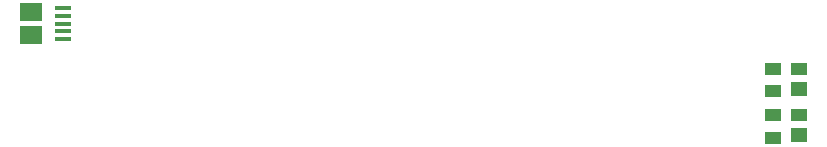
<source format=gbr>
G04 #@! TF.GenerationSoftware,KiCad,Pcbnew,(5.1.10-1-10_14)*
G04 #@! TF.CreationDate,2021-08-30T00:59:46+02:00*
G04 #@! TF.ProjectId,cpu_backplane,6370755f-6261-4636-9b70-6c616e652e6b,rev?*
G04 #@! TF.SameCoordinates,Original*
G04 #@! TF.FileFunction,Paste,Top*
G04 #@! TF.FilePolarity,Positive*
%FSLAX46Y46*%
G04 Gerber Fmt 4.6, Leading zero omitted, Abs format (unit mm)*
G04 Created by KiCad (PCBNEW (5.1.10-1-10_14)) date 2021-08-30 00:59:46*
%MOMM*%
%LPD*%
G01*
G04 APERTURE LIST*
%ADD10R,1.900000X1.500000*%
%ADD11R,1.350000X0.400000*%
%ADD12R,1.400000X1.000000*%
%ADD13R,1.400000X1.200000*%
G04 APERTURE END LIST*
D10*
G04 #@! TO.C,J1*
X1493000Y-85931500D03*
D11*
X4193000Y-86931500D03*
X4193000Y-87581500D03*
X4193000Y-88231500D03*
X4193000Y-85631500D03*
X4193000Y-86281500D03*
D10*
X1493000Y-87931500D03*
G04 #@! TD*
D12*
G04 #@! TO.C,U3*
X64305000Y-96581000D03*
X64305000Y-94681000D03*
X66505000Y-94681000D03*
D13*
X66505000Y-96401000D03*
G04 #@! TD*
D12*
G04 #@! TO.C,U2*
X64305000Y-92644000D03*
X64305000Y-90744000D03*
X66505000Y-90744000D03*
D13*
X66505000Y-92464000D03*
G04 #@! TD*
M02*

</source>
